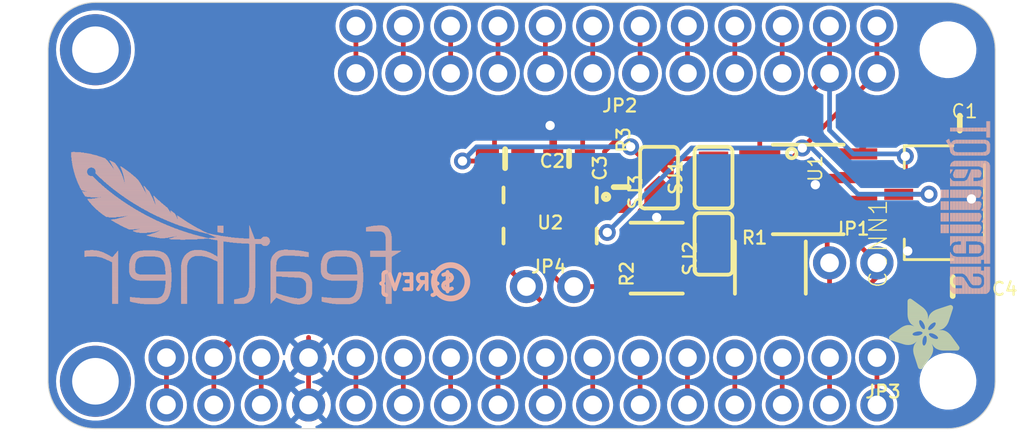
<source format=kicad_pcb>
(kicad_pcb (version 20221018) (generator pcbnew)
  (layers (0 "F.Cu" signal) (31 "B.Cu" signal) (34 "B.Paste" user) (35 "F.Paste" user) (36 "B.SilkS" user "B.Silkscreen") (37 "F.SilkS" user "F.Silkscreen") (38 "B.Mask" user) (39 "F.Mask" user) (44 "Edge.Cuts" user))
  (net 0 "")
  (net 1 "SCL")
  (net 2 "SDA")
  (net 3 "CT")
  (net 4 "INT")
  (net 5 "GND")
  (net 6 "A1")
  (net 7 "A0")
  (net 8 "3.3V")
  (net 9 "VBAT")
  (net 10 "N$1")
  (net 11 "USB")
  (net 12 "N$2")
  (net 13 "N$3")
  (net 14 "N$4")
  (net 15 "N$5")
  (net 16 "N$6")
  (net 17 "N$7")
  (net 18 "N$8")
  (net 19 "N$11")
  (net 20 "N$12")
  (net 21 "N$13")
  (net 22 "N$14")
  (net 23 "N$15")
  (net 24 "N$16")
  (net 25 "N$17")
  (net 26 "N$18")
  (net 27 "N$19")
  (net 28 "N$20")
  (net 29 "N$21")
  (net 30 "N$22")
  (net 31 "N$24")
  (net 32 "N$25")
  (net 33 "INT1")
  (net 34 "INT2")
  (net 35 "SDO")
  (footprint "working:SOLDERJUMPER_ARROW_NOPASTE" (layer "F.Cu") (at 155.8671 102.9716 90)
    (fp_text reference "SJ3" (at -1.778 -1.27 90) (layer "F.SilkS") (effects (font (size 0.692831 0.692831) (thickness 0.119969)) (justify left)))
    (fp_text value "")
    (fp_poly (pts (xy 0.106121 0.002663) (xy -0.679416 0.7882) (xy -1.3946 0.7882) (xy -1.3946 -0.7882) (xy -0.62715 -0.7882)) (fill solid) (layer "F.Cu"))
    (fp_poly (pts (xy 1.3946 0.7882) (xy -0.315893 0.7882) (xy 0.443148 0) (xy -0.315893 -0.7882) (xy 1.3946 -0.7882)) (fill solid) (layer "F.Cu"))
    (pad "1" smd roundrect (at -1.016 0 90) (size 0.762 1.524) (layers "F.Cu") (net 35 "SDO"))
    (pad "2" smd roundrect (at 1.016 0 90) (size 0.762 1.524) (layers "F.Cu") (net 8 "3.3V"))
  )
  (footprint "working:RESPACK_4X0603" (layer "F.Cu") (at 155.7401 107.2896 90)
    (fp_text reference "R2" (at -1.6 -1.6 90) (layer "F.SilkS") (effects (font (size 0.692831 0.692831) (thickness 0.119969)) (justify left)))
    (fp_text value "10K Pack")
    (pad "1" smd rect (at -1.3 0.85 90) (size 0.45 0.9) (layers "F.Cu" "F.Paste" "F.Mask") (net 8 "3.3V"))
    (pad "2" smd rect (at -0.4 0.85 90) (size 0.45 0.9) (layers "F.Cu" "F.Paste" "F.Mask") (net 8 "3.3V"))
    (pad "3" smd rect (at 0.4 0.85 90) (size 0.45 0.9) (layers "F.Cu" "F.Paste" "F.Mask") (net 5 "GND"))
    (pad "4" smd rect (at 1.3 0.85 90) (size 0.45 0.9) (layers "F.Cu" "F.Paste" "F.Mask") (net 6 "A1"))
    (pad "5" smd rect (at 1.3 -0.85 90) (size 0.45 0.9) (layers "F.Cu" "F.Paste" "F.Mask") (net 5 "GND"))
    (pad "6" smd rect (at 0.4 -0.85 90) (size 0.45 0.9) (layers "F.Cu" "F.Paste" "F.Mask") (net 35 "SDO"))
    (pad "7" smd rect (at -0.4 -0.85 90) (size 0.45 0.9) (layers "F.Cu" "F.Paste" "F.Mask") (net 34 "INT2"))
    (pad "8" smd rect (at -1.3 -0.85 90) (size 0.45 0.9) (layers "F.Cu" "F.Paste" "F.Mask") (net 33 "INT1"))
  )
  (footprint "working:1X02_ROUND" (layer "F.Cu") (at 150.0251 108.8136)
    (fp_text reference "JP4" (at -1.0922 -1.0668) (layer "F.SilkS") (effects (font (size 0.692831 0.692831) (thickness 0.119969)) (justify left)))
    (fp_text value "")
    (pad "1" thru_hole circle (at -1.27 0 90) (size 1.778 1.778) (drill 1) (layers "*.Cu" "*.Mask") (net 33 "INT1"))
    (pad "2" thru_hole circle (at 1.27 0 90) (size 1.778 1.778) (drill 1) (layers "*.Cu" "*.Mask") (net 34 "INT2"))
  )
  (footprint "working:SOIC8_150MIL" (layer "F.Cu") (at 163.8681 103.6066 -90)
    (fp_text reference "U1" (at -1.905 -0.381 90) (layer "F.SilkS") (effects (font (size 0.719491 0.719491) (thickness 0.093309)) (justify right)))
    (fp_text value "ADT7410")
    (pad "1" smd rect (at -1.905 2.6 270) (size 0.6 2.2) (layers "F.Cu" "F.Paste" "F.Mask") (net 1 "SCL"))
    (pad "2" smd rect (at -0.635 2.6 270) (size 0.6 2.2) (layers "F.Cu" "F.Paste" "F.Mask") (net 2 "SDA"))
    (pad "3" smd rect (at 0.635 2.6 270) (size 0.6 2.2) (layers "F.Cu" "F.Paste" "F.Mask") (net 7 "A0"))
    (pad "4" smd rect (at 1.905 2.6 270) (size 0.6 2.2) (layers "F.Cu" "F.Paste" "F.Mask") (net 6 "A1"))
    (pad "5" smd rect (at 1.905 -2.6 270) (size 0.6 2.2) (layers "F.Cu" "F.Paste" "F.Mask") (net 4 "INT"))
    (pad "6" smd rect (at 0.635 -2.6 270) (size 0.6 2.2) (layers "F.Cu" "F.Paste" "F.Mask") (net 3 "CT"))
    (pad "7" smd rect (at -0.635 -2.6 270) (size 0.6 2.2) (layers "F.Cu" "F.Paste" "F.Mask") (net 5 "GND"))
    (pad "8" smd rect (at -1.905 -2.6 270) (size 0.6 2.2) (layers "F.Cu" "F.Paste" "F.Mask") (net 8 "3.3V"))
  )
  (footprint "working:0805-NO" (layer "F.Cu") (at 171.6151 108.8136)
    (fp_text reference "C4" (at 2.032 0.127) (layer "F.SilkS") (effects (font (size 0.692831 0.692831) (thickness 0.119969)) (justify left)))
    (fp_text value "10uF")
    (pad "1" smd rect (at -0.95 0) (size 1.24 1.5) (layers "F.Cu" "F.Paste" "F.Mask") (net 8 "3.3V"))
    (pad "2" smd rect (at 0.95 0) (size 1.24 1.5) (layers "F.Cu" "F.Paste" "F.Mask") (net 5 "GND"))
  )
  (footprint "working:0603-NO" (layer "F.Cu") (at 151.0411 101.9556 180)
    (fp_text reference "C3" (at -1.651 0.254 90) (layer "F.SilkS") (effects (font (size 0.692831 0.692831) (thickness 0.119969)) (justify right)))
    (fp_text value "0.1uF")
    (pad "1" smd rect (at -0.85 0 180) (size 1.075 1) (layers "F.Cu" "F.Paste" "F.Mask") (net 8 "3.3V"))
    (pad "2" smd rect (at 0.85 0 180) (size 1.075 1) (layers "F.Cu" "F.Paste" "F.Mask") (net 5 "GND"))
  )
  (footprint "working:JST_SH4" (layer "F.Cu") (at 170.7261 104.3686 90)
    (fp_text reference "CONN1" (at -4.6 -3.106 90) (layer "F.SilkS") (effects (font (size 0.941222 0.941222) (thickness 0.074778)) (justify left)))
    (fp_text value "STEMMA_I2C_QT" hide)
    (pad "1" smd rect (at -1.5 -2.006 180) (size 1.55 0.6) (layers "F.Cu" "F.Paste" "F.Mask") (net 5 "GND"))
    (pad "2" smd rect (at -0.5 -2.006 180) (size 1.55 0.6) (layers "F.Cu" "F.Paste" "F.Mask") (net 8 "3.3V"))
    (pad "3" smd rect (at 0.5 -2.006 180) (size 1.55 0.6) (layers "F.Cu" "F.Paste" "F.Mask") (net 2 "SDA"))
    (pad "4" smd rect (at 1.5 -2.006 180) (size 1.55 0.6) (layers "F.Cu" "F.Paste" "F.Mask") (net 1 "SCL"))
    (pad "MT1" smd rect (at -2.8 1.894 180) (size 1.8 1.2) (layers "F.Cu" "F.Paste" "F.Mask") (net 5 "GND"))
    (pad "MT2" smd rect (at 2.8 1.894 180) (size 1.8 1.2) (layers "F.Cu" "F.Paste" "F.Mask") (net 5 "GND"))
  )
  (footprint "working:1X12_ROUND_76MIL" (layer "F.Cu") (at 153.5811 97.3836)
    (fp_text reference "JP2" (at -0.8382 1.7272) (layer "F.SilkS") (effects (font (size 0.692831 0.692831) (thickness 0.119969)) (justify left)))
    (fp_text value "")
    (pad "1" thru_hole circle (at -13.97 0 90) (size 1.9304 1.9304) (drill 1) (layers "*.Cu" "*.Mask") (net 9 "VBAT"))
    (pad "2" thru_hole circle (at -11.43 0 90) (size 1.9304 1.9304) (drill 1) (layers "*.Cu" "*.Mask") (net 10 "N$1"))
    (pad "3" thru_hole circle (at -8.89 0 90) (size 1.9304 1.9304) (drill 1) (layers "*.Cu" "*.Mask") (net 11 "USB"))
    (pad "4" thru_hole circle (at -6.35 0 90) (size 1.9304 1.9304) (drill 1) (layers "*.Cu" "*.Mask") (net 12 "N$2"))
    (pad "5" thru_hole circle (at -3.81 0 90) (size 1.9304 1.9304) (drill 1) (layers "*.Cu" "*.Mask") (net 13 "N$3"))
    (pad "6" thru_hole circle (at -1.27 0 90) (size 1.9304 1.9304) (drill 1) (layers "*.Cu" "*.Mask") (net 14 "N$4"))
    (pad "7" thru_hole circle (at 1.27 0 90) (size 1.9304 1.9304) (drill 1) (layers "*.Cu" "*.Mask") (net 15 "N$5"))
    (pad "8" thru_hole circle (at 3.81 0 90) (size 1.9304 1.9304) (drill 1) (layers "*.Cu" "*.Mask") (net 16 "N$6"))
    (pad "9" thru_hole circle (at 6.35 0 90) (size 1.9304 1.9304) (drill 1) (layers "*.Cu" "*.Mask") (net 17 "N$7"))
    (pad "10" thru_hole circle (at 8.89 0 90) (size 1.9304 1.9304) (drill 1) (layers "*.Cu" "*.Mask") (net 18 "N$8"))
    (pad "11" thru_hole circle (at 11.43 0 90) (size 1.9304 1.9304) (drill 1) (layers "*.Cu" "*.Mask") (net 1 "SCL"))
    (pad "12" thru_hole circle (at 13.97 0 90) (size 1.9304 1.9304) (drill 1) (layers "*.Cu" "*.Mask") (net 2 "SDA"))
  )
  (footprint "working:1X16_ROUND_76MIL" (layer "F.Cu") (at 148.5011 112.6236 180)
    (fp_text reference "JP3" (at -20.3962 -1.8288) (layer "F.SilkS") (effects (font (size 0.692831 0.692831) (thickness 0.119969)) (justify right)))
    (fp_text value "")
    (pad "1" thru_hole circle (at -19.05 0 270) (size 1.9304 1.9304) (drill 1) (layers "*.Cu" "*.Mask") (net 19 "N$11"))
    (pad "2" thru_hole circle (at -16.51 0 270) (size 1.9304 1.9304) (drill 1) (layers "*.Cu" "*.Mask") (net 20 "N$12"))
    (pad "3" thru_hole circle (at -13.97 0 270) (size 1.9304 1.9304) (drill 1) (layers "*.Cu" "*.Mask") (net 21 "N$13"))
    (pad "4" thru_hole circle (at -11.43 0 270) (size 1.9304 1.9304) (drill 1) (layers "*.Cu" "*.Mask") (net 22 "N$14"))
    (pad "5" thru_hole circle (at -8.89 0 270) (size 1.9304 1.9304) (drill 1) (layers "*.Cu" "*.Mask") (net 23 "N$15"))
    (pad "6" thru_hole circle (at -6.35 0 270) (size 1.9304 1.9304) (drill 1) (layers "*.Cu" "*.Mask") (net 24 "N$16"))
    (pad "7" thru_hole circle (at -3.81 0 270) (size 1.9304 1.9304) (drill 1) (layers "*.Cu" "*.Mask") (net 25 "N$17"))
    (pad "8" thru_hole circle (at -1.27 0 270) (size 1.9304 1.9304) (drill 1) (layers "*.Cu" "*.Mask") (net 26 "N$18"))
    (pad "9" thru_hole circle (at 1.27 0 270) (size 1.9304 1.9304) (drill 1) (layers "*.Cu" "*.Mask") (net 27 "N$19"))
    (pad "10" thru_hole circle (at 3.81 0 270) (size 1.9304 1.9304) (drill 1) (layers "*.Cu" "*.Mask") (net 28 "N$20"))
    (pad "11" thru_hole circle (at 6.35 0 270) (size 1.9304 1.9304) (drill 1) (layers "*.Cu" "*.Mask") (net 29 "N$21"))
    (pad "12" thru_hole circle (at 8.89 0 270) (size 1.9304 1.9304) (drill 1) (layers "*.Cu" "*.Mask") (net 30 "N$22"))
    (pad "13" thru_hole circle (at 11.43 0 270) (size 1.9304 1.9304) (drill 1) (layers "*.Cu" "*.Mask") (net 5 "GND"))
    (pad "14" thru_hole circle (at 13.97 0 270) (size 1.9304 1.9304) (drill 1) (layers "*.Cu" "*.Mask") (net 31 "N$24"))
    (pad "15" thru_hole circle (at 16.51 0 270) (size 1.9304 1.9304) (drill 1) (layers "*.Cu" "*.Mask") (net 8 "3.3V"))
    (pad "16" thru_hole circle (at 19.05 0 270) (size 1.9304 1.9304) (drill 1) (layers "*.Cu" "*.Mask") (net 32 "N$25"))
  )
  (footprint "working:SOLDERJUMPER_ARROW_NOPASTE" (layer "F.Cu") (at 158.7881 102.9716 -90)
    (fp_text reference "SJ1" (at -1.016 2.032 90) (layer "F.SilkS") (effects (font (size 0.692831 0.692831) (thickness 0.119969)) (justify right)))
    (fp_text value "")
    (fp_poly (pts (xy 0.106121 0.002663) (xy -0.679416 0.7882) (xy -1.3946 0.7882) (xy -1.3946 -0.7882) (xy -0.62715 -0.7882)) (fill solid) (layer "F.Cu"))
    (fp_poly (pts (xy 1.3946 0.7882) (xy -0.315893 0.7882) (xy 0.443148 0) (xy -0.315893 -0.7882) (xy 1.3946 -0.7882)) (fill solid) (layer "F.Cu"))
    (pad "1" smd roundrect (at -1.016 0 270) (size 0.762 1.524) (layers "F.Cu") (net 8 "3.3V"))
    (pad "2" smd roundrect (at 1.016 0 270) (size 0.762 1.524) (layers "F.Cu") (net 7 "A0"))
  )
  (footprint "working:ADAFRUIT_3.5MM" (layer "F.Cu") (at 171.9961 109.4486 180)
    (fp_text reference "U$28" hide)
    (fp_text value "" hide)
  )
  (footprint "working:0805-NO" (layer "F.Cu") (at 147.6121 101.9556)
    (fp_text reference "C2" (at 1.778 0.127) (layer "F.SilkS") (effects (font (size 0.692831 0.692831) (thickness 0.119969)) (justify left)))
    (fp_text value "10uF")
    (pad "1" smd rect (at -0.95 0) (size 1.24 1.5) (layers "F.Cu" "F.Paste" "F.Mask") (net 8 "3.3V"))
    (pad "2" smd rect (at 0.95 0) (size 1.24 1.5) (layers "F.Cu" "F.Paste" "F.Mask") (net 5 "GND"))
  )
  (footprint "working:RESPACK_4X0603" (layer "F.Cu") (at 161.8361 107.7976)
    (fp_text reference "R1" (at -1.6 -1.6) (layer "F.SilkS") (effects (font (size 0.692831 0.692831) (thickness 0.119969)) (justify left)))
    (fp_text value "10K Pack")
    (pad "1" smd rect (at -1.3 0.85) (size 0.45 0.9) (layers "F.Cu" "F.Paste" "F.Mask") (net 4 "INT"))
    (pad "2" smd rect (at -0.4 0.85) (size 0.45 0.9) (layers "F.Cu" "F.Paste" "F.Mask") (net 3 "CT"))
    (pad "3" smd rect (at 0.4 0.85) (size 0.45 0.9) (layers "F.Cu" "F.Paste" "F.Mask") (net 5 "GND"))
    (pad "4" smd rect (at 1.3 0.85) (size 0.45 0.9) (layers "F.Cu" "F.Paste" "F.Mask") (net 8 "3.3V"))
    (pad "5" smd rect (at 1.3 -0.85) (size 0.45 0.9) (layers "F.Cu" "F.Paste" "F.Mask") (net 2 "SDA"))
    (pad "6" smd rect (at 0.4 -0.85) (size 0.45 0.9) (layers "F.Cu" "F.Paste" "F.Mask") (net 7 "A0"))
    (pad "7" smd rect (at -0.4 -0.85) (size 0.45 0.9) (layers "F.Cu" "F.Paste" "F.Mask") (net 8 "3.3V"))
    (pad "8" smd rect (at -1.3 -0.85) (size 0.45 0.9) (layers "F.Cu" "F.Paste" "F.Mask") (net 8 "3.3V"))
  )
  (footprint "working:SOLDERJUMPER_ARROW_NOPASTE" (layer "F.Cu") (at 158.7881 106.5276 90)
    (fp_text reference "SJ2" (at -1.778 -1.27 90) (layer "F.SilkS") (effects (font (size 0.692831 0.692831) (thickness 0.119969)) (justify left)))
    (fp_text value "")
    (fp_poly (pts (xy 0.106121 0.002663) (xy -0.679416 0.7882) (xy -1.3946 0.7882) (xy -1.3946 -0.7882) (xy -0.62715 -0.7882)) (fill solid) (layer "F.Cu"))
    (fp_poly (pts (xy 1.3946 0.7882) (xy -0.315893 0.7882) (xy 0.443148 0) (xy -0.315893 -0.7882) (xy 1.3946 -0.7882)) (fill solid) (layer "F.Cu"))
    (pad "1" smd roundrect (at -1.016 0 90) (size 0.762 1.524) (layers "F.Cu") (net 8 "3.3V"))
    (pad "2" smd roundrect (at 1.016 0 90) (size 0.762 1.524) (layers "F.Cu") (net 6 "A1"))
  )
  (footprint "working:FIDUCIAL_1MM" (layer "F.Cu") (at 124.3711 99.9236)
    (fp_text reference "FID1" hide)
    (fp_text value "FIDUCIAL_1MM" hide)
    (pad "1" smd roundrect (at 0 0) (size 1 1) (layers "F.Cu" "F.Mask") (roundrect_rratio 0.5))
  )
  (footprint "working:FEATHERWING_NODIM" (layer "F.Cu") (at 123.1011 116.4336)
    (fp_text reference "MS1" hide)
    (fp_text value "FEATHERWING_NODIM" hide)
    (pad "" np_thru_hole circle (at 48.26 -20.32) (size 2.54 2.54) (drill 2.54) (layers "*.Cu" "*.Mask"))
    (pad "" np_thru_hole circle (at 48.26 -2.54) (size 2.54 2.54) (drill 2.54) (layers "*.Cu" "*.Mask"))
    (pad "1" thru_hole circle (at 6.35 -1.27) (size 1.778 1.778) (drill 1) (layers "*.Cu" "*.Mask") (net 32 "N$25"))
    (pad "2" thru_hole circle (at 8.89 -1.27) (size 1.778 1.778) (drill 1) (layers "*.Cu" "*.Mask") (net 8 "3.3V"))
    (pad "3" thru_hole circle (at 11.43 -1.27) (size 1.778 1.778) (drill 1) (layers "*.Cu" "*.Mask") (net 31 "N$24"))
    (pad "4" thru_hole circle (at 13.97 -1.27) (size 1.778 1.778) (drill 1) (layers "*.Cu" "*.Mask") (net 5 "GND"))
    (pad "5" thru_hole circle (at 16.51 -1.27) (size 1.778 1.778) (drill 1) (layers "*.Cu" "*.Mask") (net 30 "N$22"))
    (pad "6" thru_hole circle (at 19.05 -1.27) (size 1.778 1.778) (drill 1) (layers "*.Cu" "*.Mask") (net 29 "N$21"))
    (pad "7" thru_hole circle (at 21.59 -1.27) (size 1.778 1.778) (drill 1) (layers "*.Cu" "*.Mask") (net 28 "N$20"))
    (pad "8" thru_hole circle (at 24.13 -1.27) (size 1.778 1.778) (drill 1) (layers "*.Cu" "*.Mask") (net 27 "N$19"))
    (pad "9" thru_hole circle (at 26.67 -1.27) (size 1.778 1.778) (drill 1) (layers "*.Cu" "*.Mask") (net 26 "N$18"))
    (pad "10" thru_hole circle (at 29.21 -1.27) (size 1.778 1.778) (drill 1) (layers "*.Cu" "*.Mask") (net 25 "N$17"))
    (pad "11" thru_hole circle (at 31.75 -1.27) (size 1.778 1.778) (drill 1) (layers "*.Cu" "*.Mask") (net 24 "N$16"))
    (pad "12" thru_hole circle (at 34.29 -1.27) (size 1.778 1.778) (drill 1) (layers "*.Cu" "*.Mask") (net 23 "N$15"))
    (pad "13" thru_hole circle (at 36.83 -1.27) (size 1.778 1.778) (drill 1) (layers "*.Cu" "*.Mask") (net 22 "N$14"))
    (pad "14" thru_hole circle (at 39.37 -1.27) (size 1.778 1.778) (drill 1) (layers "*.Cu" "*.Mask") (net 21 "N$13"))
    (pad "15" thru_hole circle (at 41.91 -1.27) (size 1.778 1.778) (drill 1) (layers "*.Cu" "*.Mask") (net 20 "N$12"))
    (pad "16" thru_hole circle (at 44.45 -1.27) (size 1.778 1.778) (drill 1) (layers "*.Cu" "*.Mask") (net 19 "N$11"))
    (pad "17" thru_hole circle (at 44.45 -21.59) (size 1.778 1.778) (drill 1) (layers "*.Cu" "*.Mask") (net 2 "SDA"))
    (pad "18" thru_hole circle (at 41.91 -21.59) (size 1.778 1.778) (drill 1) (layers "*.Cu" "*.Mask") (net 1 "SCL"))
    (pad "19" thru_hole circle (at 39.37 -21.59) (size 1.778 1.778) (drill 1) (layers "*.Cu" "*.Mask") (net 18 "N$8"))
    (pad "20" thru_hole circle (at 36.83 -21.59) (size 1.778 1.778) (drill 1) (layers "*.Cu" "*.Mask") (net 17 "N$7"))
    (pad "21" thru_hole circle (at 34.29 -21.59) (size 1.778 1.778) (drill 1) (layers "*.Cu" "*.Mask") (net 16 "N$6"))
    (pad "22" thru_hole circle (at 31.75 -21.59) (size 1.778 1.778) (drill 1) (layers "*.Cu" "*.Mask") (net 15 "N$5"))
    (pad "23" thru_hole circle (at 29.21 -21.59) (size 1.778 1.778) (drill 1) (layers "*.Cu" "*.Mask") (net 14 "N$4"))
    (pad "24" thru_hole circle (at 26.67 -21.59) (size 1.778 1.778) (drill 1) (layers "*.Cu" "*.Mask") (net 13 "N$3"))
    (pad "25" thru_hole circle (at 24.13 -21.59) (size 1.778 1.778) (drill 1) (layers "*.Cu" "*.Mask") (net 12 "N$2"))
    (pad "26" thru_hole circle (at 21.59 -21.59) (size 1.778 1.778) (drill 1) (layers "*.Cu" "*.Mask") (net 11 "USB"))
    (pad "27" thru_hole circle (at 19.05 -21.59) (size 1.778 1.778) (drill 1) (layers "*.Cu" "*.Mask") (net 10 "N$1"))
    (pad "28" thru_hole circle (at 16.51 -21.59) (size 1.778 1.778) (drill 1) (layers "*.Cu" "*.Mask") (net 9 "VBAT"))
    (pad "P$1" thru_hole circle (at 2.54 -20.32) (size 3.81 3.81) (drill 2.5) (layers "*.Cu" "*.Mask"))
    (pad "P$2" thru_hole circle (at 2.54 -2.54) (size 3.81 3.81) (drill 2.5) (layers "*.Cu" "*.Mask"))
  )
  (footprint "working:ADIWING_TOP" (layer "F.Cu") (at 123.1011 116.4336)
    (fp_text reference "U$24" hide)
    (fp_text value "" hide)
  )
  (footprint "working:FIDUCIAL_1MM" (layer "F.Cu") (at 172.7581 111.7346)
    (fp_text reference "FID2" hide)
    (fp_text value "FIDUCIAL_1MM" hide)
    (pad "1" smd roundrect (at 0 0) (size 1 1) (layers "F.Cu" "F.Mask") (roundrect_rratio 0.5))
  )
  (footprint "working:0603-NO" (layer "F.Cu") (at 171.9961 100.0506)
    (fp_text reference "C1" (at -0.508 -0.635) (layer "F.SilkS") (effects (font (size 0.719491 0.719491) (thickness 0.093309)) (justify left)))
    (fp_text value "0.1uF")
    (pad "1" smd rect (at -0.85 0) (size 1.075 1) (layers "F.Cu" "F.Paste" "F.Mask") (net 8 "3.3V"))
    (pad "2" smd rect (at 0.85 0) (size 1.075 1) (layers "F.Cu" "F.Paste" "F.Mask") (net 5 "GND"))
  )
  (footprint "working:1X02_ROUND" (layer "F.Cu") (at 166.2811 107.5436)
    (fp_text reference "JP1" (at -1.0922 -1.8288) (layer "F.SilkS") (effects (font (size 0.692831 0.692831) (thickness 0.119969)) (justify left)))
    (fp_text value "")
    (pad "1" thru_hole circle (at -1.27 0 90) (size 1.778 1.778) (drill 1) (layers "*.Cu" "*.Mask") (net 3 "CT"))
    (pad "2" thru_hole circle (at 1.27 0 90) (size 1.778 1.778) (drill 1) (layers "*.Cu" "*.Mask") (net 4 "INT"))
  )
  (footprint "working:LGA14" (layer "F.Cu") (at 150.0251 105.0036)
    (fp_text reference "U2" (at -0.762 0.381) (layer "F.SilkS") (effects (font (size 0.692831 0.692831) (thickness 0.119969)) (justify left)))
    (fp_text value "ADXL343")
    (pad "1" smd rect (at 2 -1.1) (size 0.5 1.2) (layers "F.Cu" "F.Paste" "F.Mask") (net 8 "3.3V"))
    (pad "2" smd rect (at 1.2 -1.1 180) (size 0.5 1.2) (layers "F.Cu" "F.Paste" "F.Mask") (net 5 "GND"))
    (pad "3" smd rect (at 0.4 -1.1 180) (size 0.5 1.2) (layers "F.Cu" "F.Paste" "F.Mask"))
    (pad "4" smd rect (at -0.4 -1.1 180) (size 0.5 1.2) (layers "F.Cu" "F.Paste" "F.Mask") (net 5 "GND"))
    (pad "5" smd rect (at -1.2 -1.1 180) (size 0.5 1.2) (layers "F.Cu" "F.Paste" "F.Mask") (net 5 "GND"))
    (pad "6" smd rect (at -2 -1.1 180) (size 0.5 1.2) (layers "F.Cu" "F.Paste" "F.Mask") (net 8 "3.3V"))
    (pad "7" smd rect (at -2.1 0 270) (size 0.5 1.2) (layers "F.Cu" "F.Paste" "F.Mask") (net 8 "3.3V"))
    (pad "8" smd rect (at -2 1.1 180) (size 0.5 1.2) (layers "F.Cu" "F.Paste" "F.Mask") (net 33 "INT1"))
    (pad "9" smd rect (at -1.2 1.1 180) (size 0.5 1.2) (layers "F.Cu" "F.Paste" "F.Mask") (net 34 "INT2"))
    (pad "10" smd rect (at -0.4 1.1) (size 0.5 1.2) (layers "F.Cu" "F.Paste" "F.Mask"))
    (pad "11" smd rect (at 0.4 1.1) (size 0.5 1.2) (layers "F.Cu" "F.Paste" "F.Mask"))
    (pad "12" smd rect (at 1.2 1.1) (size 0.5 1.2) (layers "F.Cu" "F.Paste" "F.Mask") (net 35 "SDO"))
    (pad "13" smd rect (at 2 1.1) (size 0.5 1.2) (layers "F.Cu" "F.Paste" "F.Mask") (net 2 "SDA"))
    (pad "14" smd rect (at 2.1 0 90) (size 0.5 1.2) (layers "F.Cu" "F.Paste" "F.Mask") (net 1 "SCL"))
  )
  (footprint "working:0603-NO" (layer "F.Cu") (at 153.8351 103.4796 90)
    (fp_text reference "R3" (at 1.778 0.127 90) (layer "F.SilkS") (effects (font (size 0.692831 0.692831) (thickness 0.119969)) (justify left)))
    (fp_text value "10K")
    (pad "1" smd rect (at -0.85 0 90) (size 1.075 1) (layers "F.Cu" "F.Paste" "F.Mask") (net 1 "SCL"))
    (pad "2" smd rect (at 0.85 0 90) (size 1.075 1) (layers "F.Cu" "F.Paste" "F.Mask") (net 8 "3.3V"))
  )
  (footprint "working:STEMMAQT" (layer "B.Cu") (at 170.9801 109.1946 90)
    (fp_text reference "U$29" hide)
    (fp_text value "" hide)
  )
  (footprint "working:PCBFEAT-REV-040" (layer "B.Cu") (at 144.6911 108.5596 180)
    (fp_text reference "U$1" hide)
    (fp_text value "" hide)
    (fp_text user "${REV}" (at -0.3556 -0.508) (layer "B.SilkS") (effects (font (size 0.8128 0.8128) (thickness 0.2032)) (justify left bottom mirror)))
  )
  (footprint "working:FEATHERLOGO_MED" (layer "B.Cu") (at 142.1511 109.8296 180)
    (fp_text reference "U$23" hide)
    (fp_text value "" hide)
  )
  (gr_line (start 123.1011 96.1136) (end 123.1011 113.8936) (stroke (width 0.05)) (layer "Edge.Cuts"))
  (gr_line (start 173.9011 113.8936) (end 173.9011 96.1136) (stroke (width 0.05)) (layer "Edge.Cuts"))
  (gr_arc (start 125.6411 116.4336) (mid 123.845049 115.689651) (end 123.1011 113.8936) (stroke (width 0.05)) (layer "Edge.Cuts"))
  (gr_arc (start 123.1011 96.1136) (mid 123.845049 94.317549) (end 125.6411 93.5736) (stroke (width 0.05)) (layer "Edge.Cuts"))
  (gr_arc (start 173.9011 113.8936) (mid 173.157151 115.689651) (end 171.3611 116.4336) (stroke (width 0.05)) (layer "Edge.Cuts"))
  (gr_line (start 171.3611 93.5736) (end 125.6411 93.5736) (stroke (width 0.05)) (layer "Edge.Cuts"))
  (gr_line (start 125.6411 116.4336) (end 171.3611 116.4336) (stroke (width 0.05)) (layer "Edge.Cuts"))
  (gr_arc (start 171.3611 93.5736) (mid 173.157151 94.317549) (end 173.9011 96.1136) (stroke (width 0.05)) (layer "Edge.Cuts"))
  (segment (start 155.3591 99.1616) (end 152.9461 101.5746) (width 0.254) (layer "F.Cu") (net 1))
  (segment (start 152.5651 105.0036) (end 152.1251 105.0036) (width 0.254) (layer "F.Cu") (net 1))
  (segment (start 168.7201 102.8686) (end 169.0751 102.5136) (width 0.254) (layer "F.Cu") (net 1))
  (segment (start 165.0111 97.3836) (end 163.2331 99.1616) (width 0.254) (layer "F.Cu") (net 1))
  (segment (start 161.3281 99.1616) (end 155.3591 99.1616) (width 0.254) (layer "F.Cu") (net 1))
  (segment (start 161.2681 99.2216) (end 161.3281 99.1616) (width 0.254) (layer "F.Cu") (net 1))
  (segment (start 161.2681 101.7016) (end 161.2681 99.2216) (width 0.254) (layer "F.Cu") (net 1))
  (segment (start 153.8351 104.3296) (end 153.4151 104.3296) (width 0.254) (layer "F.Cu") (net 1))
  (segment (start 153.4151 104.3296) (end 153.3271 104.2416) (width 0.254) (layer "F.Cu") (net 1))
  (segment (start 152.9461 104.3686) (end 153.0731 104.4956) (width 0.254) (layer "F.Cu") (net 1))
  (segment (start 169.0751 102.5136) (end 169.0751 101.8286) (width 0.254) (layer "F.Cu") (net 1))
  (segment (start 165.0111 97.3836) (end 165.0111 94.8436) (width 0.254) (layer "F.Cu") (net 1))
  (segment (start 163.2331 99.1616) (end 161.3281 99.1616) (width 0.254) (layer "F.Cu") (net 1))
  (segment (start 152.9461 101.5746) (end 152.9461 104.3686) (width 0.254) (layer "F.Cu") (net 1))
  (segment (start 153.0731 104.4956) (end 152.5651 105.0036) (width 0.254) (layer "F.Cu") (net 1))
  (segment (start 153.3271 104.2416) (end 153.0731 104.4956) (width 0.254) (layer "F.Cu") (net 1))
  (via (at 169.0751 101.8286) (size 0.9064) (drill 0.5) (layers "F.Cu" "B.Cu") (net 1))
  (segment (start 166.2811 101.7016) (end 165.0111 100.4316) (width 0.254) (layer "B.Cu") (net 1))
  (segment (start 169.0751 101.8286) (end 168.9481 101.7016) (width 0.254) (layer "B.Cu") (net 1))
  (segment (start 168.9481 101.7016) (end 166.2811 101.7016) (width 0.254) (layer "B.Cu") (net 1))
  (segment (start 165.0111 100.4316) (end 165.0111 97.3836) (width 0.254) (layer "B.Cu") (net 1))
  (segment (start 163.2331 106.8506) (end 163.1361 106.9476) (width 0.254) (layer "F.Cu") (net 2))
  (segment (start 167.5511 97.3836) (end 163.5506 101.3841) (width 0.254) (layer "F.Cu") (net 2))
  (segment (start 153.0908 105.91) (end 152.2187 105.91) (width 0.254) (layer "F.Cu") (net 2))
  (segment (start 161.9631 102.9716) (end 161.2681 102.9716) (width 0.254) (layer "F.Cu") (net 2))
  (segment (start 152.2187 105.91) (end 152.0251 106.1036) (width 0.254) (layer "F.Cu") (net 2))
  (segment (start 167.5511 94.8436) (end 167.5511 97.3836) (width 0.254) (layer "F.Cu") (net 2))
  (segment (start 168.7201 103.8686) (end 170.3371 103.8686) (width 0.254) (layer "F.Cu") (net 2))
  (segment (start 170.3371 103.8686) (end 170.3451 103.8606) (width 0.254) (layer "F.Cu") (net 2))
  (segment (start 163.2331 103.6066) (end 163.2331 106.8506) (width 0.254) (layer "F.Cu") (net 2))
  (segment (start 161.2681 102.9716) (end 162.5981 102.9716) (width 0.254) (layer "F.Cu") (net 2))
  (segment (start 163.5506 101.3841) (end 161.9631 102.9716) (width 0.254) (layer "F.Cu") (net 2))
  (segment (start 162.5981 102.9716) (end 163.2331 103.6066) (width 0.254) (layer "F.Cu") (net 2))
  (via (at 170.3451 103.8606) (size 0.9064) (drill 0.5) (layers "F.Cu" "B.Cu") (net 2))
  (via (at 153.0908 105.91) (size 0.9064) (drill 0.5) (layers "F.Cu" "B.Cu") (net 2))
  (via (at 163.5506 101.3841) (size 0.9064) (drill 0.5) (layers "F.Cu" "B.Cu") (net 2))
  (segment (start 153.0908 105.91) (end 157.6167 101.3841) (width 0.254) (layer "B.Cu") (net 2))
  (segment (start 170.3451 103.8606) (end 166.5351 103.8606) (width 0.254) (layer "B.Cu") (net 2))
  (segment (start 166.5351 103.8606) (end 164.0586 101.3841) (width 0.254) (layer "B.Cu") (net 2))
  (segment (start 157.6167 101.3841) (end 163.5506 101.3841) (width 0.254) (layer "B.Cu") (net 2))
  (segment (start 164.0586 101.3841) (end 163.5506 101.3841) (width 0.254) (layer "B.Cu") (net 2))
  (segment (start 164.8841 107.4166) (end 165.0111 107.5436) (width 0.254) (layer "F.Cu") (net 3))
  (segment (start 164.3761 109.9566) (end 161.9631 109.9566) (width 0.254) (layer "F.Cu") (net 3))
  (segment (start 166.4681 104.2416) (end 165.1381 104.2416) (width 0.254) (layer "F.Cu") (net 3))
  (segment (start 161.4361 109.4296) (end 161.4361 108.6476) (width 0.254) (layer "F.Cu") (net 3))
  (segment (start 165.0111 107.5436) (end 165.0111 109.3216) (width 0.254) (layer "F.Cu") (net 3))
  (segment (start 165.0111 109.3216) (end 164.3761 109.9566) (width 0.254) (layer "F.Cu") (net 3))
  (segment (start 161.9631 109.9566) (end 161.4361 109.4296) (width 0.254) (layer "F.Cu") (net 3))
  (segment (start 165.1381 104.2416) (end 164.8841 104.4956) (width 0.254) (layer "F.Cu") (net 3))
  (segment (start 164.8841 104.4956) (end 164.8841 107.4166) (width 0.254) (layer "F.Cu") (net 3))
  (segment (start 167.5511 108.3056) (end 167.5511 107.5436) (width 0.254) (layer "F.Cu") (net 4))
  (segment (start 160.5361 109.4186) (end 161.5821 110.4646) (width 0.254) (layer "F.Cu") (net 4))
  (segment (start 166.4681 106.4606) (end 166.4681 105.5116) (width 0.254) (layer "F.Cu") (net 4))
  (segment (start 167.5511 107.5436) (end 166.4681 106.4606) (width 0.254) (layer "F.Cu") (net 4))
  (segment (start 165.3921 110.4646) (end 167.5511 108.3056) (width 0.254) (layer "F.Cu") (net 4))
  (segment (start 161.5821 110.4646) (end 165.3921 110.4646) (width 0.254) (layer "F.Cu") (net 4))
  (segment (start 160.5361 108.6476) (end 160.5361 109.4186) (width 0.254) (layer "F.Cu") (net 4))
  (segment (start 137.0711 111.5416) (end 137.0711 112.6236) (width 0.254) (layer "F.Cu") (net 5))
  (segment (start 172.8461 100.0506) (end 172.8461 101.3426) (width 0.4064) (layer "F.Cu") (net 5))
  (segment (start 148.5621 101.9556) (end 148.689103 101.9556) (width 0.4064) (layer "F.Cu") (net 5))
  (segment (start 155.3291 105.9896) (end 156.2291 106.8896) (width 0.254) (layer "F.Cu") (net 5))
  (segment (start 164.6301 102.9716) (end 164.2491 103.3526) (width 0.4064) (layer "F.Cu") (net 5))
  (segment (start 164.2491 106.2736) (end 163.6913 106.8314) (width 0.254) (layer "F.Cu") (net 5))
  (segment (start 154.8901 105.9896) (end 155.3291 105.9896) (width 0.254) (layer "F.Cu") (net 5))
  (segment (start 151.2251 103.9036) (end 151.2251 103.1166) (width 0.4064) (layer "F.Cu") (net 5))
  (segment (start 162.2361 109.2136) (end 162.2361 108.6476) (width 0.254) (layer "F.Cu") (net 5))
  (segment (start 148.689103 101.9556) (end 149.0091 101.9556) (width 0.254) (layer "F.Cu") (net 5))
  (segment (start 164.2491 103.3526) (end 164.2491 106.2736) (width 0.254) (layer "F.Cu") (net 5))
  (segment (start 166.4681 102.9716) (end 164.6301 102.9716) (width 0.4064) (layer "F.Cu") (net 5))
  (segment (start 148.8251 102.1396) (end 149.0091 101.9556) (width 0.4064) (layer "F.Cu") (net 5))
  (segment (start 172.8461 101.3426) (end 172.6201 101.5686) (width 0.4064) (layer "F.Cu") (net 5))
  (segment (start 150.0251 100.1776) (end 150.1911 100.3436) (width 0.4064) (layer "F.Cu") (net 5))
  (segment (start 172.6201 108.7586) (end 172.5651 108.8136) (width 0.4064) (layer "F.Cu") (net 5))
  (segment (start 154.8901 105.9896) (end 155.7401 105.1396) (width 0.254) (layer "F.Cu") (net 5))
  (segment (start 148.5621 101.9556) (end 150.1911 101.9556) (width 0.4064) (layer "F.Cu") (net 5))
  (segment (start 155.7401 105.1396) (end 155.7401 105.1082) (width 0.254) (layer "F.Cu") (net 5))
  (segment (start 151.2251 103.1166) (end 150.1911 102.0826) (width 0.4064) (layer "F.Cu") (net 5))
  (segment (start 163.6913 106.8314) (end 163.6913 109.234375) (width 0.254) (layer "F.Cu") (net 5))
  (segment (start 150.1911 101.9556) (end 150.1911 102.0826) (width 0.4064) (layer "F.Cu") (net 5))
  (segment (start 169.2021 106.3506) (end 169.2021 106.9086) (width 0.4064) (layer "F.Cu") (net 5))
  (segment (start 148.8251 103.9036) (end 148.8251 102.1396) (width 0.4064) (layer "F.Cu") (net 5))
  (segment (start 156.2291 106.8896) (end 156.5901 106.8896) (width 0.254) (layer "F.Cu") (net 5))
  (segment (start 149.6251 103.9036) (end 149.5171 103.9036) (width 0.254) (layer "F.Cu") (net 5))
  (segment (start 163.477075 109.4486) (end 162.4711 109.4486) (width 0.254) (layer "F.Cu") (net 5))
  (segment (start 150.1911 100.3436) (end 150.1911 101.9556) (width 0.4064) (layer "F.Cu") (net 5))
  (segment (start 162.4711 109.4486) (end 162.2361 109.2136) (width 0.254) (layer "F.Cu") (net 5))
  (segment (start 137.0711 115.1636) (end 137.0711 112.6236) (width 0.254) (layer "F.Cu") (net 5))
  (segment (start 149.6251 103.903597) (end 149.5171 103.9036) (width 0.254) (layer "F.Cu") (net 5))
  (segment (start 149.5171 103.9036) (end 148.8251 103.9036) (width 0.254) (layer "F.Cu") (net 5))
  (segment (start 163.6913 109.234375) (end 163.477075 109.4486) (width 0.254) (layer "F.Cu") (net 5))
  (segment (start 172.6201 107.1686) (end 172.6201 108.7586) (width 0.4064) (layer "F.Cu") (net 5))
  (segment (start 149.6251 103.903597) (end 149.6251 103.9036) (width 0.254) (layer "F.Cu") (net 5))
  (segment (start 168.7201 105.8686) (end 169.2021 106.3506) (width 0.4064) (layer "F.Cu") (net 5))
  (segment (start 172.6201 104.1146) (end 172.6201 107.1686) (width 0.4064) (layer "F.Cu") (net 5))
  (segment (start 172.6201 101.5686) (end 172.6201 104.1146) (width 0.4064) (layer "F.Cu") (net 5))
  (via (at 150.0251 100.1776) (size 0.9064) (drill 0.5) (layers "F.Cu" "B.Cu") (net 5))
  (via (at 164.2491 103.3526) (size 0.9064) (drill 0.5) (layers "F.Cu" "B.Cu") (net 5))
  (via (at 172.6201 104.1146) (size 0.9064) (drill 0.5) (layers "F.Cu" "B.Cu") (net 5))
  (via (at 169.2021 106.9086) (size 0.9064) (drill 0.5) (layers "F.Cu" "B.Cu") (net 5))
  (via (at 155.7401 105.1082) (size 0.9064) (drill 0.5) (layers "F.Cu" "B.Cu") (net 5))
  (segment (start 156.5901 105.9896) (end 158.4371 105.9896) (width 0.254) (layer "F.Cu") (net 6))
  (segment (start 158.4371 105.9896) (end 158.7881 105.6386) (width 0.254) (layer "F.Cu") (net 6))
  (segment (start 158.7881 105.6386) (end 158.7881 105.5116) (width 0.254) (layer "F.Cu") (net 6))
  (segment (start 161.2681 105.5116) (end 158.7881 105.5116) (width 0.254) (layer "F.Cu") (net 6))
  (segment (start 162.7251 104.3686) (end 162.7251 106.1466) (width 0.254) (layer "F.Cu") (net 7))
  (segment (start 161.0141 103.9876) (end 161.2681 104.2416) (width 0.254) (layer "F.Cu") (net 7))
  (segment (start 158.7881 103.9876) (end 161.0141 103.9876) (width 0.254) (layer "F.Cu") (net 7))
  (segment (start 162.2361 106.6356) (end 162.2361 106.9476) (width 0.254) (layer "F.Cu") (net 7))
  (segment (start 162.5981 104.2416) (end 162.7251 104.3686) (width 0.254) (layer "F.Cu") (net 7))
  (segment (start 161.2681 104.2416) (end 162.5981 104.2416) (width 0.254) (layer "F.Cu") (net 7))
  (segment (start 162.7251 106.1466) (end 162.2361 106.6356) (width 0.254) (layer "F.Cu") (net 7))
  (segment (start 156.8831 108.8826) (end 156.5901 108.5896) (width 0.4064) (layer "F.Cu") (net 8))
  (segment (start 131.9911 115.1636) (end 131.9911 112.6236) (width 0.254) (layer "F.Cu") (net 8))
  (segment (start 148.0251 103.9036) (end 148.0251 104.9036) (width 0.254) (layer "F.Cu") (net 8))
  (segment (start 155.8671 101.9556) (end 154.9781 101.9556) (width 0.254) (layer "F.Cu") (net 8))
  (segment (start 170.9801 100.0506) (end 171.1461 100.0506) (width 0.254) (layer "F.Cu") (net 8))
  (segment (start 166.4681 101.7016) (end 168.1191 100.0506) (width 0.254) (layer "F.Cu") (net 8))
  (segment (start 145.3261 102.0826) (end 147.0431 102.0826) (width 0.254) (layer "F.Cu") (net 8))
  (segment (start 151.7711 99.6376) (end 151.2951 99.161604) (width 0.254) (layer "F.Cu") (net 8))
  (segment (start 151.8911 101.9556) (end 152.0251 102.0896) (width 0.254) (layer "F.Cu") (net 8))
  (segment (start 156.7561 108.5896) (end 156.5901 108.5896) (width 0.254) (layer "F.Cu") (net 8))
  (segment (start 153.8351 102.6296) (end 155.133809 102.6296) (width 0.254) (layer "F.Cu") (net 8))
  (segment (start 168.1191 100.0506) (end 170.9801 100.0506) (width 0.254) (layer "F.Cu") (net 8))
  (segment (start 159.9401 107.5436) (end 158.7881 107.5436) (width 0.254) (layer "F.Cu") (net 8))
  (segment (start 161.7091 107.7976) (end 162.9791 107.7976) (width 0.254) (layer "F.Cu") (net 8))
  (segment (start 148.0251 104.9036) (end 147.9251 105.0036) (width 0.254) (layer "F.Cu") (net 8))
  (segment (start 155.8671 101.9556) (end 158.7881 101.9556) (width 0.254) (layer "F.Cu") (net 8))
  (segment (start 156.5901 107.6896) (end 156.7561 107.8556) (width 0.254) (layer "F.Cu") (net 8))
  (segment (start 168.7201 104.8686) (end 170.3451 104.8686) (width 0.4064) (layer "F.Cu") (net 8))
  (segment (start 147.0431 102.0826) (end 147.0431 101.7016) (width 0.4064) (layer "F.Cu") (net 8))
  (segment (start 161.4361 107.5246) (end 161.7091 107.7976) (width 0.254) (layer "F.Cu") (net 8))
  (segment (start 156.8831 111.0996) (end 168.0591 111.0996) (width 0.4064) (layer "F.Cu") (net 8))
  (segment (start 147.0431 101.7016) (end 146.7891 101.9556) (width 0.254) (layer "F.Cu") (net 8))
  (segment (start 151.7711 99.6376) (end 151.7711 101.8356) (width 0.254) (layer "F.Cu") (net 8))
  (segment (start 156.7561 107.8556) (end 156.7561 108.5896) (width 0.254) (layer "F.Cu") (net 8))
  (segment (start 163.2331 108.5506) (end 163.1361 108.6476) (width 0.254) (layer "F.Cu") (net 8))
  (segment (start 154.9781 101.9556) (end 154.3431 101.3206) (width 0.254) (layer "F.Cu") (net 8))
  (segment (start 161.4361 106.9476) (end 160.5361 106.9476) (width 0.254) (layer "F.Cu") (net 8))
  (segment (start 158.7881 107.5436) (end 157.7421 108.5896) (width 0.254) (layer "F.Cu") (net 8))
  (segment (start 147.0431 99.6036) (end 147.0431 101.7016) (width 0.254) (layer "F.Cu") (net 8))
  (segment (start 170.6651 108.8136) (end 170.3451 108.8136) (width 0.254) (layer "F.Cu") (net 8))
  (segment (start 157.7421 108.5896) (end 156.7561 108.5896) (width 0.254) (layer "F.Cu") (net 8))
  (segment (start 163.2331 108.0516) (end 163.2331 108.5506) (width 0.254) (layer "F.Cu") (net 8))
  (segment (start 170.3451 108.8136) (end 170.3451 104.8686) (width 0.4064) (layer "F.Cu") (net 8))
  (segment (start 171.2341 104.4956) (end 171.2341 100.3046) (width 0.4064) (layer "F.Cu") (net 8))
  (segment (start 148.5011 111.0996) (end 156.8831 111.0996) (width 0.4064) (layer "F.Cu") (net 8))
  (segment (start 161.4361 106.9476) (end 161.4361 107.5246) (width 0.254) (layer "F.Cu") (net 8))
  (segment (start 170.3451 104.8686) (end 170.8611 104.8686) (width 0.4064) (layer "F.Cu") (net 8))
  (segment (start 145.8341 108.4326) (end 148.5011 111.0996) (width 0.4064) (layer "F.Cu") (net 8))
  (segment (start 151.8911 101.9556) (end 151.7711 101.8356) (width 0.254) (layer "F.Cu") (net 8))
  (segment (start 147.9251 105.0036) (end 145.8341 105.0036) (width 0.4064) (layer "F.Cu") (net 8))
  (segment (start 147.485093 99.161607) (end 147.0431 99.6036) (width 0.254) (layer "F.Cu") (net 8))
  (segment (start 155.320653 102.502047) (end 155.8671 101.9556) (width 0.254) (layer "F.Cu") (net 8))
  (segment (start 171.2341 100.3046) (end 170.9801 100.0506) (width 0.254) (layer "F.Cu") (net 8))
  (segment (start 156.8831 111.0996) (end 156.8831 108.8826) (width 0.4064) (layer "F.Cu") (net 8))
  (segment (start 152.0251 102.0896) (end 152.0251 103.9036) (width 0.254) (layer "F.Cu") (net 8))
  (segment (start 147.0431 102.9216) (end 147.0431 102.0826) (width 0.4064) (layer "F.Cu") (net 8))
  (segment (start 148.0251 103.9036) (end 147.0431 102.9216) (width 0.4064) (layer "F.Cu") (net 8))
  (segment (start 131.9911 112.6236) (end 139.6111 105.0036) (width 0.4064) (layer "F.Cu") (net 8))
  (segment (start 162.9791 107.7976) (end 163.2331 108.0516) (width 0.254) (layer "F.Cu") (net 8))
  (segment (start 155.320653 102.502047) (end 155.133809 102.6296) (width 0.254) (layer "F.Cu") (net 8))
  (segment (start 160.5361 106.9476) (end 159.9401 107.5436) (width 0.254) (layer "F.Cu") (net 8))
  (segment (start 170.8611 104.8686) (end 171.2341 104.4956) (width 0.4064) (layer "F.Cu") (net 8))
  (segment (start 151.2951 99.161604) (end 147.485093 99.161607) (width 0.254) (layer "F.Cu") (net 8))
  (segment (start 145.8341 105.0036) (end 139.6111 105.0036) (width 0.4064) (layer "F.Cu") (net 8))
  (segment (start 168.0591 111.0996) (end 170.3451 108.8136) (width 0.4064) (layer "F.Cu") (net 8))
  (segment (start 145.8341 105.0036) (end 145.8341 108.4326) (width 0.4064) (layer "F.Cu") (net 8))
  (segment (start 146.7891 101.9556) (end 146.6621 101.9556) (width 0.254) (layer "F.Cu") (net 8))
  (via (at 145.3261 102.0826) (size 0.9064) (drill 0.5) (layers "F.Cu" "B.Cu") (net 8))
  (via (at 154.3431 101.3206) (size 0.9064) (drill 0.5) (layers "F.Cu" "B.Cu") (net 8))
  (segment (start 154.3431 101.3206) (end 146.0881 101.3206) (width 0.254) (layer "B.Cu") (net 8))
  (segment (start 146.0881 101.3206) (end 145.3261 102.0826) (width 0.254) (layer "B.Cu") (net 8))
  (segment (start 139.6111 94.8436) (end 139.6111 97.3836) (width 0.254) (layer "F.Cu") (net 9))
  (segment (start 142.1511 94.8436) (end 142.1511 97.3836) (width 0.254) (layer "F.Cu") (net 10))
  (segment (start 144.6911 94.8436) (end 144.6911 97.3836) (width 0.254) (layer "F.Cu") (net 11))
  (segment (start 147.2311 94.8436) (end 147.2311 97.3836) (width 0.254) (layer "F.Cu") (net 12))
  (segment (start 149.7711 94.8436) (end 149.7711 97.3836) (width 0.254) (layer "F.Cu") (net 13))
  (segment (start 152.3111 94.8436) (end 152.3111 97.3836) (width 0.254) (layer "F.Cu") (net 14))
  (segment (start 154.8511 94.8436) (end 154.8511 97.3836) (width 0.254) (layer "F.Cu") (net 15))
  (segment (start 157.3911 94.8436) (end 157.3911 97.3836) (width 0.254) (layer "F.Cu") (net 16))
  (segment (start 159.9311 94.8436) (end 159.9311 97.3836) (width 0.254) (layer "F.Cu") (net 17))
  (segment (start 162.4711 94.8436) (end 162.4711 97.3836) (width 0.254) (layer "F.Cu") (net 18))
  (segment (start 167.5511 112.6236) (end 167.5511 115.1636) (width 0.254) (layer "F.Cu") (net 19))
  (segment (start 165.0111 115.1636) (end 165.0111 112.6236) (width 0.254) (layer "F.Cu") (net 20))
  (segment (start 162.4711 112.6236) (end 162.4711 115.1636) (width 0.254) (layer "F.Cu") (net 21))
  (segment (start 159.9311 112.6236) (end 159.9311 115.1636) (width 0.254) (layer "F.Cu") (net 22))
  (segment (start 157.3911 115.1636) (end 157.3911 112.6236) (width 0.254) (layer "F.Cu") (net 23))
  (segment (start 154.8511 112.6236) (end 154.8511 115.1636) (width 0.254) (layer "F.Cu") (net 24))
  (segment (start 152.3111 115.1636) (end 152.3111 112.6236) (width 0.254) (layer "F.Cu") (net 25))
  (segment (start 149.7711 112.6236) (end 149.7711 115.1636) (width 0.254) (layer "F.Cu") (net 26))
  (segment (start 147.2311 115.1636) (end 147.2311 112.6236) (width 0.254) (layer "F.Cu") (net 27))
  (segment (start 144.6911 112.6236) (end 144.6911 115.1636) (width 0.254) (layer "F.Cu") (net 28))
  (segment (start 142.1511 115.1636) (end 142.1511 112.6236) (width 0.254) (layer "F.Cu") (net 29))
  (segment (start 139.6111 112.6236) (end 139.6111 115.1636) (width 0.254) (layer "F.Cu") (net 30))
  (segment (start 134.5311 112.6236) (end 134.5311 115.1636) (width 0.254) (layer "F.Cu") (net 31))
  (segment (start 129.1971 114.9096) (end 129.4511 115.1636) (width 0.254) (layer "F.Cu") (net 32))
  (segment (start 129.4511 112.6236) (end 129.4511 114.4016) (width 0.254) (layer "F.Cu") (net 32))
  (segment (start 129.1971 114.6556) (end 129.1971 114.9096) (width 0.254) (layer "F.Cu") (net 32))
  (segment (start 129.4511 114.4016) (end 129.1971 114.6556) (width 0.254) (layer "F.Cu") (net 32))
  (segment (start 148.7551 108.8136) (end 148.0251 108.0836) (width 0.254) (layer "F.Cu") (net 33))
  (segment (start 149.9743 110.0328) (end 148.7551 108.8136) (width 0.254) (layer "F.Cu") (net 33))
  (segment (start 154.8901 108.5896) (end 153.4469 110.0328) (width 0.254) (layer "F.Cu") (net 33))
  (segment (start 148.0251 106.1036) (end 148.0251 108.0836) (width 0.254) (layer "F.Cu") (net 33))
  (segment (start 153.4469 110.0328) (end 149.9743 110.0328) (width 0.254) (layer "F.Cu") (net 33))
  (segment (start 151.2951 108.8136) (end 152.8191 108.8136) (width 0.254) (layer "F.Cu") (net 34))
  (segment (start 150.7871 108.8136) (end 148.8251 106.8516) (width 0.254) (layer "F.Cu") (net 34))
  (segment (start 148.8251 106.1036) (end 148.8251 106.8516) (width 0.254) (layer "F.Cu") (net 34))
  (segment (start 151.2951 108.8136) (end 150.7871 108.8136) (width 0.254) (layer "F.Cu") (net 34))
  (segment (start 153.9431 107.6896) (end 154.8901 107.6896) (width 0.254) (layer "F.Cu") (net 34))
  (segment (start 152.8191 108.8136) (end 153.9431 107.6896) (width 0.254) (layer "F.Cu") (net 34))
  (segment (start 153.8351 107.1626) (end 154.0891 106.9086) (width 0.254) (layer "F.Cu") (net 35))
  (segment (start 155.6131 103.9876) (end 154.8511 104.7496) (width 0.254) (layer "F.Cu") (net 35))
  (segment (start 155.8671 103.9876) (end 155.6131 103.9876) (width 0.254) (layer "F.Cu") (net 35))
  (segment (start 151.2251 106.9656) (end 151.4221 107.1626) (width 0.254) (layer "F.Cu") (net 35))
  (segment (start 154.0891 105.6386) (end 154.0891 106.9086) (width 0.254) (layer "F.Cu") (net 35))
  (segment (start 151.2251 106.1036) (end 151.2251 106.9656) (width 0.254) (layer "F.Cu") (net 35))
  (segment (start 154.8511 104.8766) (end 154.0891 105.6386) (width 0.254) (layer "F.Cu") (net 35))
  (segment (start 154.0891 106.9086) (end 154.1081 106.8896) (width 0.254) (layer "F.Cu") (net 35))
  (segment (start 154.8511 104.7496) (end 154.8511 104.8766) (width 0.254) (layer "F.Cu") (net 35))
  (segment (start 154.1081 106.8896) (end 154.8901 106.8896) (width 0.254) (layer "F.Cu") (net 35))
  (segment (start 151.4221 107.1626) (end 153.8351 107.1626) (width 0.254) (layer "F.Cu") (net 35))
  (zone (net 5) (net_name "GND") (layer "B.Cu") (priority 6) (connect_pads (clearance 0.000001)) (min_thickness 0.127) (fill yes (thermal_gap 0.304) (thermal_bridge_width 0.304))
    (polygon (pts (xy 174.0281 116.5606) (xy 122.9741 116.5606) (xy 122.9741 93.4466) (xy 174.0281 93.4466)))
  )
)
</source>
